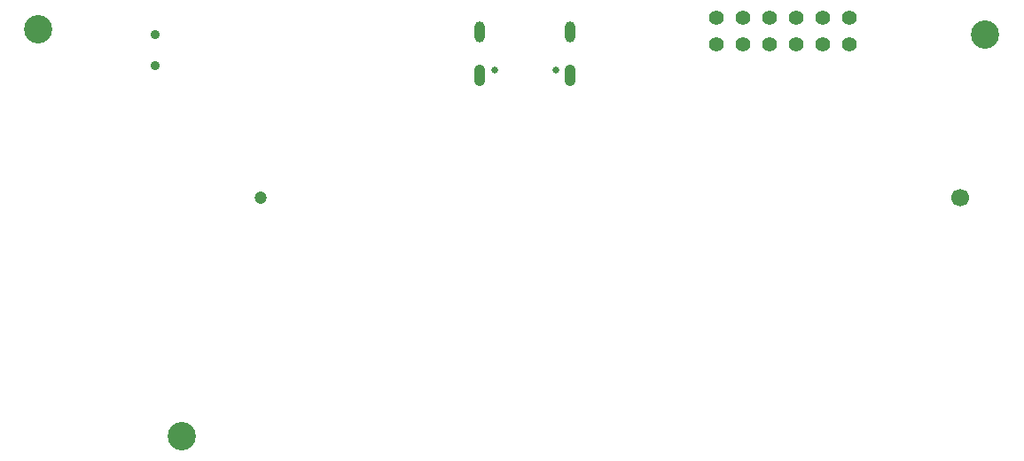
<source format=gbr>
%TF.GenerationSoftware,KiCad,Pcbnew,7.0.2*%
%TF.CreationDate,2023-06-20T04:31:58+02:00*%
%TF.ProjectId,SenseU_Mainboard,53656e73-6555-45f4-9d61-696e626f6172,rev?*%
%TF.SameCoordinates,Original*%
%TF.FileFunction,Soldermask,Bot*%
%TF.FilePolarity,Negative*%
%FSLAX46Y46*%
G04 Gerber Fmt 4.6, Leading zero omitted, Abs format (unit mm)*
G04 Created by KiCad (PCBNEW 7.0.2) date 2023-06-20 04:31:58*
%MOMM*%
%LPD*%
G01*
G04 APERTURE LIST*
%ADD10C,0.900000*%
%ADD11C,2.700000*%
%ADD12C,1.397000*%
%ADD13C,0.650000*%
%ADD14O,1.050000X2.100000*%
%ADD15O,1.000000X2.000000*%
%ADD16C,1.200000*%
%ADD17C,1.700000*%
G04 APERTURE END LIST*
D10*
%TO.C,S1*%
X111252000Y-96544000D03*
X111252000Y-99544000D03*
%TD*%
D11*
%TO.C,H2*%
X100076000Y-96012000D03*
%TD*%
%TO.C,H1*%
X113792000Y-134874000D03*
%TD*%
D12*
%TO.C,J3*%
X177495200Y-94970600D03*
X174955200Y-94970600D03*
X172415200Y-94970600D03*
X169875200Y-94970600D03*
X167335200Y-94970600D03*
X164795200Y-94970600D03*
X177495200Y-97510600D03*
X174955200Y-97510600D03*
X172415200Y-97510600D03*
X169875200Y-97510600D03*
X167335200Y-97510600D03*
X164795200Y-97510600D03*
%TD*%
D13*
%TO.C,J1*%
X149448000Y-99946000D03*
X143668000Y-99946000D03*
D14*
X150878000Y-100446000D03*
D15*
X150878000Y-96266000D03*
X142238000Y-96266000D03*
D14*
X142238000Y-100446000D03*
%TD*%
D11*
%TO.C,H3*%
X190500000Y-96520000D03*
%TD*%
D16*
%TO.C,J4*%
X121286000Y-112105500D03*
D17*
X188086000Y-112105500D03*
%TD*%
M02*

</source>
